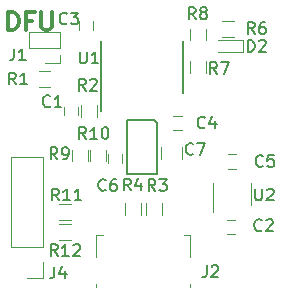
<source format=gbr>
G04 #@! TF.GenerationSoftware,KiCad,Pcbnew,(2017-08-16 revision 90873a101)-master*
G04 #@! TF.CreationDate,2017-12-28T02:46:26+02:00*
G04 #@! TF.ProjectId,distance-sensor-vl53l0x,64697374616E63652D73656E736F722D,rev?*
G04 #@! TF.SameCoordinates,Original*
G04 #@! TF.FileFunction,Legend,Top*
G04 #@! TF.FilePolarity,Positive*
%FSLAX46Y46*%
G04 Gerber Fmt 4.6, Leading zero omitted, Abs format (unit mm)*
G04 Created by KiCad (PCBNEW (2017-08-16 revision 90873a101)-master) date Thu Dec 28 02:46:26 2017*
%MOMM*%
%LPD*%
G01*
G04 APERTURE LIST*
%ADD10C,0.300000*%
%ADD11C,0.120000*%
%ADD12C,0.150000*%
G04 APERTURE END LIST*
D10*
X94698571Y-92118571D02*
X94698571Y-90618571D01*
X95055714Y-90618571D01*
X95270000Y-90690000D01*
X95412857Y-90832857D01*
X95484285Y-90975714D01*
X95555714Y-91261428D01*
X95555714Y-91475714D01*
X95484285Y-91761428D01*
X95412857Y-91904285D01*
X95270000Y-92047142D01*
X95055714Y-92118571D01*
X94698571Y-92118571D01*
X96698571Y-91332857D02*
X96198571Y-91332857D01*
X96198571Y-92118571D02*
X96198571Y-90618571D01*
X96912857Y-90618571D01*
X97484285Y-90618571D02*
X97484285Y-91832857D01*
X97555714Y-91975714D01*
X97627142Y-92047142D01*
X97770000Y-92118571D01*
X98055714Y-92118571D01*
X98198571Y-92047142D01*
X98270000Y-91975714D01*
X98341428Y-91832857D01*
X98341428Y-90618571D01*
D11*
X113200000Y-108200000D02*
X113900000Y-108200000D01*
X113900000Y-109400000D02*
X113200000Y-109400000D01*
X99400000Y-99350000D02*
X99400000Y-98650000D01*
X100600000Y-98650000D02*
X100600000Y-99350000D01*
X100650000Y-92100000D02*
X100650000Y-91400000D01*
X101850000Y-91400000D02*
X101850000Y-92100000D01*
X108650000Y-99400000D02*
X109350000Y-99400000D01*
X109350000Y-100600000D02*
X108650000Y-100600000D01*
X113250000Y-102650000D02*
X113950000Y-102650000D01*
X113950000Y-103850000D02*
X113250000Y-103850000D01*
X104350000Y-102650000D02*
X104350000Y-103350000D01*
X103150000Y-103350000D02*
X103150000Y-102650000D01*
X109350000Y-103000000D02*
X109350000Y-102000000D01*
X107650000Y-102000000D02*
X107650000Y-103000000D01*
X114550000Y-94000000D02*
X114550000Y-93000000D01*
X114550000Y-93000000D02*
X112450000Y-93000000D01*
X114550000Y-94000000D02*
X112450000Y-94000000D01*
X99080000Y-93615000D02*
X99080000Y-92285000D01*
X99080000Y-92285000D02*
X96420000Y-92285000D01*
X96420000Y-92285000D02*
X96420000Y-93615000D01*
X96420000Y-93615000D02*
X99080000Y-93615000D01*
X99080000Y-94250000D02*
X99080000Y-94945000D01*
X99080000Y-94945000D02*
X97750000Y-94945000D01*
X110030000Y-109450000D02*
X109520000Y-109450000D01*
X110030000Y-113640000D02*
X110030000Y-113900000D01*
X110030000Y-109450000D02*
X110030000Y-111360000D01*
X102150000Y-109450000D02*
X102660000Y-109450000D01*
X102150000Y-111360000D02*
X102150000Y-109450000D01*
X102150000Y-113900000D02*
X102150000Y-113640000D01*
X98250000Y-96946000D02*
X97250000Y-96946000D01*
X97250000Y-95586000D02*
X98250000Y-95586000D01*
X100820000Y-99500000D02*
X100820000Y-98500000D01*
X102180000Y-98500000D02*
X102180000Y-99500000D01*
X106320000Y-107750000D02*
X106320000Y-106750000D01*
X107680000Y-106750000D02*
X107680000Y-107750000D01*
X104570000Y-107750000D02*
X104570000Y-106750000D01*
X105930000Y-106750000D02*
X105930000Y-107750000D01*
X112750000Y-91320000D02*
X113750000Y-91320000D01*
X113750000Y-92680000D02*
X112750000Y-92680000D01*
X111430000Y-94750000D02*
X111430000Y-95750000D01*
X110070000Y-95750000D02*
X110070000Y-94750000D01*
X111430000Y-92000000D02*
X111430000Y-93000000D01*
X110070000Y-93000000D02*
X110070000Y-92000000D01*
X101430000Y-102250000D02*
X101430000Y-103250000D01*
X100070000Y-103250000D02*
X100070000Y-102250000D01*
X102930000Y-102250000D02*
X102930000Y-103250000D01*
X101570000Y-103250000D02*
X101570000Y-102250000D01*
D12*
X109450000Y-97475000D02*
X109450000Y-93025000D01*
X102550000Y-99000000D02*
X102550000Y-93025000D01*
D11*
X115210000Y-106900000D02*
X115210000Y-105100000D01*
X111990000Y-105100000D02*
X111990000Y-107550000D01*
D12*
X107000000Y-99700000D02*
X107300000Y-100000000D01*
X107300000Y-100000000D02*
X107300000Y-104300000D01*
X104700000Y-99700000D02*
X107000000Y-99700000D01*
X104700000Y-104300000D02*
X107300000Y-104300000D01*
X104700000Y-99700000D02*
X104700000Y-104300000D01*
D11*
X97580000Y-110520000D02*
X97580000Y-102840000D01*
X97580000Y-102840000D02*
X94920000Y-102840000D01*
X94920000Y-102840000D02*
X94920000Y-110520000D01*
X94920000Y-110520000D02*
X97580000Y-110520000D01*
X97580000Y-111790000D02*
X97580000Y-113120000D01*
X97580000Y-113120000D02*
X96250000Y-113120000D01*
X99000000Y-106820000D02*
X100000000Y-106820000D01*
X100000000Y-108180000D02*
X99000000Y-108180000D01*
X99000000Y-108570000D02*
X100000000Y-108570000D01*
X100000000Y-109930000D02*
X99000000Y-109930000D01*
D12*
X116133333Y-109057142D02*
X116085714Y-109104761D01*
X115942857Y-109152380D01*
X115847619Y-109152380D01*
X115704761Y-109104761D01*
X115609523Y-109009523D01*
X115561904Y-108914285D01*
X115514285Y-108723809D01*
X115514285Y-108580952D01*
X115561904Y-108390476D01*
X115609523Y-108295238D01*
X115704761Y-108200000D01*
X115847619Y-108152380D01*
X115942857Y-108152380D01*
X116085714Y-108200000D01*
X116133333Y-108247619D01*
X116514285Y-108247619D02*
X116561904Y-108200000D01*
X116657142Y-108152380D01*
X116895238Y-108152380D01*
X116990476Y-108200000D01*
X117038095Y-108247619D01*
X117085714Y-108342857D01*
X117085714Y-108438095D01*
X117038095Y-108580952D01*
X116466666Y-109152380D01*
X117085714Y-109152380D01*
X98233333Y-98557142D02*
X98185714Y-98604761D01*
X98042857Y-98652380D01*
X97947619Y-98652380D01*
X97804761Y-98604761D01*
X97709523Y-98509523D01*
X97661904Y-98414285D01*
X97614285Y-98223809D01*
X97614285Y-98080952D01*
X97661904Y-97890476D01*
X97709523Y-97795238D01*
X97804761Y-97700000D01*
X97947619Y-97652380D01*
X98042857Y-97652380D01*
X98185714Y-97700000D01*
X98233333Y-97747619D01*
X99185714Y-98652380D02*
X98614285Y-98652380D01*
X98900000Y-98652380D02*
X98900000Y-97652380D01*
X98804761Y-97795238D01*
X98709523Y-97890476D01*
X98614285Y-97938095D01*
X99655333Y-91543142D02*
X99607714Y-91590761D01*
X99464857Y-91638380D01*
X99369619Y-91638380D01*
X99226761Y-91590761D01*
X99131523Y-91495523D01*
X99083904Y-91400285D01*
X99036285Y-91209809D01*
X99036285Y-91066952D01*
X99083904Y-90876476D01*
X99131523Y-90781238D01*
X99226761Y-90686000D01*
X99369619Y-90638380D01*
X99464857Y-90638380D01*
X99607714Y-90686000D01*
X99655333Y-90733619D01*
X99988666Y-90638380D02*
X100607714Y-90638380D01*
X100274380Y-91019333D01*
X100417238Y-91019333D01*
X100512476Y-91066952D01*
X100560095Y-91114571D01*
X100607714Y-91209809D01*
X100607714Y-91447904D01*
X100560095Y-91543142D01*
X100512476Y-91590761D01*
X100417238Y-91638380D01*
X100131523Y-91638380D01*
X100036285Y-91590761D01*
X99988666Y-91543142D01*
X111333333Y-100357142D02*
X111285714Y-100404761D01*
X111142857Y-100452380D01*
X111047619Y-100452380D01*
X110904761Y-100404761D01*
X110809523Y-100309523D01*
X110761904Y-100214285D01*
X110714285Y-100023809D01*
X110714285Y-99880952D01*
X110761904Y-99690476D01*
X110809523Y-99595238D01*
X110904761Y-99500000D01*
X111047619Y-99452380D01*
X111142857Y-99452380D01*
X111285714Y-99500000D01*
X111333333Y-99547619D01*
X112190476Y-99785714D02*
X112190476Y-100452380D01*
X111952380Y-99404761D02*
X111714285Y-100119047D01*
X112333333Y-100119047D01*
X116233333Y-103607142D02*
X116185714Y-103654761D01*
X116042857Y-103702380D01*
X115947619Y-103702380D01*
X115804761Y-103654761D01*
X115709523Y-103559523D01*
X115661904Y-103464285D01*
X115614285Y-103273809D01*
X115614285Y-103130952D01*
X115661904Y-102940476D01*
X115709523Y-102845238D01*
X115804761Y-102750000D01*
X115947619Y-102702380D01*
X116042857Y-102702380D01*
X116185714Y-102750000D01*
X116233333Y-102797619D01*
X117138095Y-102702380D02*
X116661904Y-102702380D01*
X116614285Y-103178571D01*
X116661904Y-103130952D01*
X116757142Y-103083333D01*
X116995238Y-103083333D01*
X117090476Y-103130952D01*
X117138095Y-103178571D01*
X117185714Y-103273809D01*
X117185714Y-103511904D01*
X117138095Y-103607142D01*
X117090476Y-103654761D01*
X116995238Y-103702380D01*
X116757142Y-103702380D01*
X116661904Y-103654761D01*
X116614285Y-103607142D01*
X102933333Y-105657142D02*
X102885714Y-105704761D01*
X102742857Y-105752380D01*
X102647619Y-105752380D01*
X102504761Y-105704761D01*
X102409523Y-105609523D01*
X102361904Y-105514285D01*
X102314285Y-105323809D01*
X102314285Y-105180952D01*
X102361904Y-104990476D01*
X102409523Y-104895238D01*
X102504761Y-104800000D01*
X102647619Y-104752380D01*
X102742857Y-104752380D01*
X102885714Y-104800000D01*
X102933333Y-104847619D01*
X103790476Y-104752380D02*
X103600000Y-104752380D01*
X103504761Y-104800000D01*
X103457142Y-104847619D01*
X103361904Y-104990476D01*
X103314285Y-105180952D01*
X103314285Y-105561904D01*
X103361904Y-105657142D01*
X103409523Y-105704761D01*
X103504761Y-105752380D01*
X103695238Y-105752380D01*
X103790476Y-105704761D01*
X103838095Y-105657142D01*
X103885714Y-105561904D01*
X103885714Y-105323809D01*
X103838095Y-105228571D01*
X103790476Y-105180952D01*
X103695238Y-105133333D01*
X103504761Y-105133333D01*
X103409523Y-105180952D01*
X103361904Y-105228571D01*
X103314285Y-105323809D01*
X110333333Y-102607142D02*
X110285714Y-102654761D01*
X110142857Y-102702380D01*
X110047619Y-102702380D01*
X109904761Y-102654761D01*
X109809523Y-102559523D01*
X109761904Y-102464285D01*
X109714285Y-102273809D01*
X109714285Y-102130952D01*
X109761904Y-101940476D01*
X109809523Y-101845238D01*
X109904761Y-101750000D01*
X110047619Y-101702380D01*
X110142857Y-101702380D01*
X110285714Y-101750000D01*
X110333333Y-101797619D01*
X110666666Y-101702380D02*
X111333333Y-101702380D01*
X110904761Y-102702380D01*
X114961904Y-93952380D02*
X114961904Y-92952380D01*
X115200000Y-92952380D01*
X115342857Y-93000000D01*
X115438095Y-93095238D01*
X115485714Y-93190476D01*
X115533333Y-93380952D01*
X115533333Y-93523809D01*
X115485714Y-93714285D01*
X115438095Y-93809523D01*
X115342857Y-93904761D01*
X115200000Y-93952380D01*
X114961904Y-93952380D01*
X115914285Y-93047619D02*
X115961904Y-93000000D01*
X116057142Y-92952380D01*
X116295238Y-92952380D01*
X116390476Y-93000000D01*
X116438095Y-93047619D01*
X116485714Y-93142857D01*
X116485714Y-93238095D01*
X116438095Y-93380952D01*
X115866666Y-93952380D01*
X116485714Y-93952380D01*
X95170666Y-93686380D02*
X95170666Y-94400666D01*
X95123047Y-94543523D01*
X95027809Y-94638761D01*
X94884952Y-94686380D01*
X94789714Y-94686380D01*
X96170666Y-94686380D02*
X95599238Y-94686380D01*
X95884952Y-94686380D02*
X95884952Y-93686380D01*
X95789714Y-93829238D01*
X95694476Y-93924476D01*
X95599238Y-93972095D01*
X111466666Y-112052380D02*
X111466666Y-112766666D01*
X111419047Y-112909523D01*
X111323809Y-113004761D01*
X111180952Y-113052380D01*
X111085714Y-113052380D01*
X111895238Y-112147619D02*
X111942857Y-112100000D01*
X112038095Y-112052380D01*
X112276190Y-112052380D01*
X112371428Y-112100000D01*
X112419047Y-112147619D01*
X112466666Y-112242857D01*
X112466666Y-112338095D01*
X112419047Y-112480952D01*
X111847619Y-113052380D01*
X112466666Y-113052380D01*
X95333333Y-96718380D02*
X95000000Y-96242190D01*
X94761904Y-96718380D02*
X94761904Y-95718380D01*
X95142857Y-95718380D01*
X95238095Y-95766000D01*
X95285714Y-95813619D01*
X95333333Y-95908857D01*
X95333333Y-96051714D01*
X95285714Y-96146952D01*
X95238095Y-96194571D01*
X95142857Y-96242190D01*
X94761904Y-96242190D01*
X96285714Y-96718380D02*
X95714285Y-96718380D01*
X96000000Y-96718380D02*
X96000000Y-95718380D01*
X95904761Y-95861238D01*
X95809523Y-95956476D01*
X95714285Y-96004095D01*
X101233333Y-97252380D02*
X100900000Y-96776190D01*
X100661904Y-97252380D02*
X100661904Y-96252380D01*
X101042857Y-96252380D01*
X101138095Y-96300000D01*
X101185714Y-96347619D01*
X101233333Y-96442857D01*
X101233333Y-96585714D01*
X101185714Y-96680952D01*
X101138095Y-96728571D01*
X101042857Y-96776190D01*
X100661904Y-96776190D01*
X101614285Y-96347619D02*
X101661904Y-96300000D01*
X101757142Y-96252380D01*
X101995238Y-96252380D01*
X102090476Y-96300000D01*
X102138095Y-96347619D01*
X102185714Y-96442857D01*
X102185714Y-96538095D01*
X102138095Y-96680952D01*
X101566666Y-97252380D01*
X102185714Y-97252380D01*
X107133333Y-105752380D02*
X106800000Y-105276190D01*
X106561904Y-105752380D02*
X106561904Y-104752380D01*
X106942857Y-104752380D01*
X107038095Y-104800000D01*
X107085714Y-104847619D01*
X107133333Y-104942857D01*
X107133333Y-105085714D01*
X107085714Y-105180952D01*
X107038095Y-105228571D01*
X106942857Y-105276190D01*
X106561904Y-105276190D01*
X107466666Y-104752380D02*
X108085714Y-104752380D01*
X107752380Y-105133333D01*
X107895238Y-105133333D01*
X107990476Y-105180952D01*
X108038095Y-105228571D01*
X108085714Y-105323809D01*
X108085714Y-105561904D01*
X108038095Y-105657142D01*
X107990476Y-105704761D01*
X107895238Y-105752380D01*
X107609523Y-105752380D01*
X107514285Y-105704761D01*
X107466666Y-105657142D01*
X105033333Y-105702380D02*
X104700000Y-105226190D01*
X104461904Y-105702380D02*
X104461904Y-104702380D01*
X104842857Y-104702380D01*
X104938095Y-104750000D01*
X104985714Y-104797619D01*
X105033333Y-104892857D01*
X105033333Y-105035714D01*
X104985714Y-105130952D01*
X104938095Y-105178571D01*
X104842857Y-105226190D01*
X104461904Y-105226190D01*
X105890476Y-105035714D02*
X105890476Y-105702380D01*
X105652380Y-104654761D02*
X105414285Y-105369047D01*
X106033333Y-105369047D01*
X115533333Y-92452380D02*
X115200000Y-91976190D01*
X114961904Y-92452380D02*
X114961904Y-91452380D01*
X115342857Y-91452380D01*
X115438095Y-91500000D01*
X115485714Y-91547619D01*
X115533333Y-91642857D01*
X115533333Y-91785714D01*
X115485714Y-91880952D01*
X115438095Y-91928571D01*
X115342857Y-91976190D01*
X114961904Y-91976190D01*
X116390476Y-91452380D02*
X116200000Y-91452380D01*
X116104761Y-91500000D01*
X116057142Y-91547619D01*
X115961904Y-91690476D01*
X115914285Y-91880952D01*
X115914285Y-92261904D01*
X115961904Y-92357142D01*
X116009523Y-92404761D01*
X116104761Y-92452380D01*
X116295238Y-92452380D01*
X116390476Y-92404761D01*
X116438095Y-92357142D01*
X116485714Y-92261904D01*
X116485714Y-92023809D01*
X116438095Y-91928571D01*
X116390476Y-91880952D01*
X116295238Y-91833333D01*
X116104761Y-91833333D01*
X116009523Y-91880952D01*
X115961904Y-91928571D01*
X115914285Y-92023809D01*
X112333333Y-95852380D02*
X112000000Y-95376190D01*
X111761904Y-95852380D02*
X111761904Y-94852380D01*
X112142857Y-94852380D01*
X112238095Y-94900000D01*
X112285714Y-94947619D01*
X112333333Y-95042857D01*
X112333333Y-95185714D01*
X112285714Y-95280952D01*
X112238095Y-95328571D01*
X112142857Y-95376190D01*
X111761904Y-95376190D01*
X112666666Y-94852380D02*
X113333333Y-94852380D01*
X112904761Y-95852380D01*
X110533333Y-91202380D02*
X110200000Y-90726190D01*
X109961904Y-91202380D02*
X109961904Y-90202380D01*
X110342857Y-90202380D01*
X110438095Y-90250000D01*
X110485714Y-90297619D01*
X110533333Y-90392857D01*
X110533333Y-90535714D01*
X110485714Y-90630952D01*
X110438095Y-90678571D01*
X110342857Y-90726190D01*
X109961904Y-90726190D01*
X111104761Y-90630952D02*
X111009523Y-90583333D01*
X110961904Y-90535714D01*
X110914285Y-90440476D01*
X110914285Y-90392857D01*
X110961904Y-90297619D01*
X111009523Y-90250000D01*
X111104761Y-90202380D01*
X111295238Y-90202380D01*
X111390476Y-90250000D01*
X111438095Y-90297619D01*
X111485714Y-90392857D01*
X111485714Y-90440476D01*
X111438095Y-90535714D01*
X111390476Y-90583333D01*
X111295238Y-90630952D01*
X111104761Y-90630952D01*
X111009523Y-90678571D01*
X110961904Y-90726190D01*
X110914285Y-90821428D01*
X110914285Y-91011904D01*
X110961904Y-91107142D01*
X111009523Y-91154761D01*
X111104761Y-91202380D01*
X111295238Y-91202380D01*
X111390476Y-91154761D01*
X111438095Y-91107142D01*
X111485714Y-91011904D01*
X111485714Y-90821428D01*
X111438095Y-90726190D01*
X111390476Y-90678571D01*
X111295238Y-90630952D01*
X98833333Y-103052380D02*
X98500000Y-102576190D01*
X98261904Y-103052380D02*
X98261904Y-102052380D01*
X98642857Y-102052380D01*
X98738095Y-102100000D01*
X98785714Y-102147619D01*
X98833333Y-102242857D01*
X98833333Y-102385714D01*
X98785714Y-102480952D01*
X98738095Y-102528571D01*
X98642857Y-102576190D01*
X98261904Y-102576190D01*
X99309523Y-103052380D02*
X99500000Y-103052380D01*
X99595238Y-103004761D01*
X99642857Y-102957142D01*
X99738095Y-102814285D01*
X99785714Y-102623809D01*
X99785714Y-102242857D01*
X99738095Y-102147619D01*
X99690476Y-102100000D01*
X99595238Y-102052380D01*
X99404761Y-102052380D01*
X99309523Y-102100000D01*
X99261904Y-102147619D01*
X99214285Y-102242857D01*
X99214285Y-102480952D01*
X99261904Y-102576190D01*
X99309523Y-102623809D01*
X99404761Y-102671428D01*
X99595238Y-102671428D01*
X99690476Y-102623809D01*
X99738095Y-102576190D01*
X99785714Y-102480952D01*
X101257142Y-101352380D02*
X100923809Y-100876190D01*
X100685714Y-101352380D02*
X100685714Y-100352380D01*
X101066666Y-100352380D01*
X101161904Y-100400000D01*
X101209523Y-100447619D01*
X101257142Y-100542857D01*
X101257142Y-100685714D01*
X101209523Y-100780952D01*
X101161904Y-100828571D01*
X101066666Y-100876190D01*
X100685714Y-100876190D01*
X102209523Y-101352380D02*
X101638095Y-101352380D01*
X101923809Y-101352380D02*
X101923809Y-100352380D01*
X101828571Y-100495238D01*
X101733333Y-100590476D01*
X101638095Y-100638095D01*
X102828571Y-100352380D02*
X102923809Y-100352380D01*
X103019047Y-100400000D01*
X103066666Y-100447619D01*
X103114285Y-100542857D01*
X103161904Y-100733333D01*
X103161904Y-100971428D01*
X103114285Y-101161904D01*
X103066666Y-101257142D01*
X103019047Y-101304761D01*
X102923809Y-101352380D01*
X102828571Y-101352380D01*
X102733333Y-101304761D01*
X102685714Y-101257142D01*
X102638095Y-101161904D01*
X102590476Y-100971428D01*
X102590476Y-100733333D01*
X102638095Y-100542857D01*
X102685714Y-100447619D01*
X102733333Y-100400000D01*
X102828571Y-100352380D01*
X100738095Y-93952380D02*
X100738095Y-94761904D01*
X100785714Y-94857142D01*
X100833333Y-94904761D01*
X100928571Y-94952380D01*
X101119047Y-94952380D01*
X101214285Y-94904761D01*
X101261904Y-94857142D01*
X101309523Y-94761904D01*
X101309523Y-93952380D01*
X102309523Y-94952380D02*
X101738095Y-94952380D01*
X102023809Y-94952380D02*
X102023809Y-93952380D01*
X101928571Y-94095238D01*
X101833333Y-94190476D01*
X101738095Y-94238095D01*
X115588095Y-105552380D02*
X115588095Y-106361904D01*
X115635714Y-106457142D01*
X115683333Y-106504761D01*
X115778571Y-106552380D01*
X115969047Y-106552380D01*
X116064285Y-106504761D01*
X116111904Y-106457142D01*
X116159523Y-106361904D01*
X116159523Y-105552380D01*
X116588095Y-105647619D02*
X116635714Y-105600000D01*
X116730952Y-105552380D01*
X116969047Y-105552380D01*
X117064285Y-105600000D01*
X117111904Y-105647619D01*
X117159523Y-105742857D01*
X117159523Y-105838095D01*
X117111904Y-105980952D01*
X116540476Y-106552380D01*
X117159523Y-106552380D01*
X98566666Y-112152380D02*
X98566666Y-112866666D01*
X98519047Y-113009523D01*
X98423809Y-113104761D01*
X98280952Y-113152380D01*
X98185714Y-113152380D01*
X99471428Y-112485714D02*
X99471428Y-113152380D01*
X99233333Y-112104761D02*
X98995238Y-112819047D01*
X99614285Y-112819047D01*
X98957142Y-106552380D02*
X98623809Y-106076190D01*
X98385714Y-106552380D02*
X98385714Y-105552380D01*
X98766666Y-105552380D01*
X98861904Y-105600000D01*
X98909523Y-105647619D01*
X98957142Y-105742857D01*
X98957142Y-105885714D01*
X98909523Y-105980952D01*
X98861904Y-106028571D01*
X98766666Y-106076190D01*
X98385714Y-106076190D01*
X99909523Y-106552380D02*
X99338095Y-106552380D01*
X99623809Y-106552380D02*
X99623809Y-105552380D01*
X99528571Y-105695238D01*
X99433333Y-105790476D01*
X99338095Y-105838095D01*
X100861904Y-106552380D02*
X100290476Y-106552380D01*
X100576190Y-106552380D02*
X100576190Y-105552380D01*
X100480952Y-105695238D01*
X100385714Y-105790476D01*
X100290476Y-105838095D01*
X98857142Y-111252380D02*
X98523809Y-110776190D01*
X98285714Y-111252380D02*
X98285714Y-110252380D01*
X98666666Y-110252380D01*
X98761904Y-110300000D01*
X98809523Y-110347619D01*
X98857142Y-110442857D01*
X98857142Y-110585714D01*
X98809523Y-110680952D01*
X98761904Y-110728571D01*
X98666666Y-110776190D01*
X98285714Y-110776190D01*
X99809523Y-111252380D02*
X99238095Y-111252380D01*
X99523809Y-111252380D02*
X99523809Y-110252380D01*
X99428571Y-110395238D01*
X99333333Y-110490476D01*
X99238095Y-110538095D01*
X100190476Y-110347619D02*
X100238095Y-110300000D01*
X100333333Y-110252380D01*
X100571428Y-110252380D01*
X100666666Y-110300000D01*
X100714285Y-110347619D01*
X100761904Y-110442857D01*
X100761904Y-110538095D01*
X100714285Y-110680952D01*
X100142857Y-111252380D01*
X100761904Y-111252380D01*
M02*

</source>
